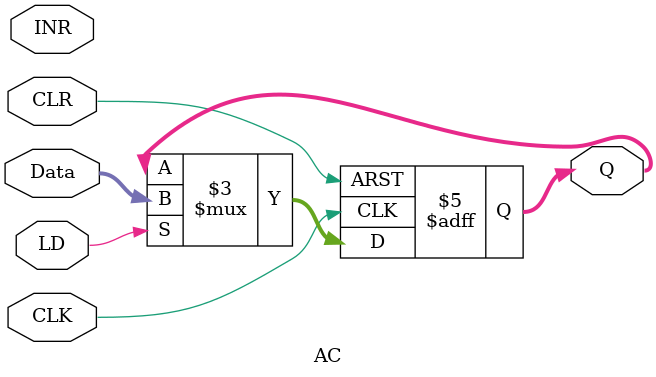
<source format=v>
module AC(Q, INR, Data, LD, CLK, CLR);

	output reg [15:0] Q;
	input [15:0] Data;
	input INR, LD, CLK, CLR;
	
	always @(posedge CLK or posedge CLR)
		begin
			if(CLR)
				Q = 16'b0;
			else if(LD)
				Q = Data;
		end	
		
endmodule

</source>
